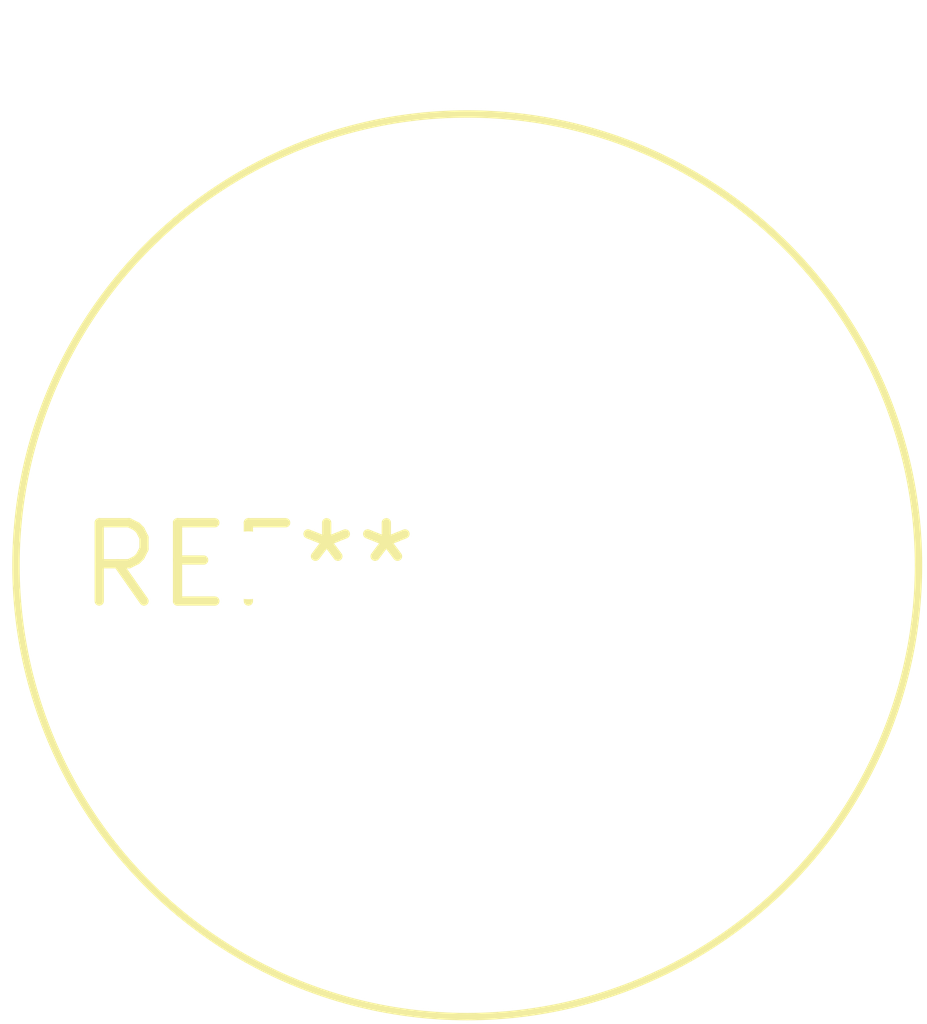
<source format=kicad_pcb>
(kicad_pcb (version 20240108) (generator pcbnew)
  (layers (0 "F.Cu" signal) (31 "B.Cu" signal) (34 "B.Paste" user) (35 "F.Paste" user) (36 "B.SilkS" user "B.Silkscreen") (37 "F.SilkS" user "F.Silkscreen") (38 "B.Mask" user) (39 "F.Mask" user) (44 "Edge.Cuts" user))
  (net 0 "")
  (footprint "TO-8-2" (layer "F.Cu") (at 0 0)
    (property "Reference" "REF**")
    (property "Value" "TO-8-2")
    (fp_circle (center 3.55 0) (end 10.87 0) (layer "F.SilkS") (stroke (width 0.12)) (fill none))
    (pad "1" thru_hole oval (at 0 0) (size 2.1 1.6) (drill 1.1) (layers *.Cu *.Mask) (remove_unused_layers))
    (pad "2" thru_hole oval (at 7.1 0) (size 1.6 1.6) (drill 1.1) (layers *.Cu *.Mask) (remove_unused_layers))
  )
)
</source>
